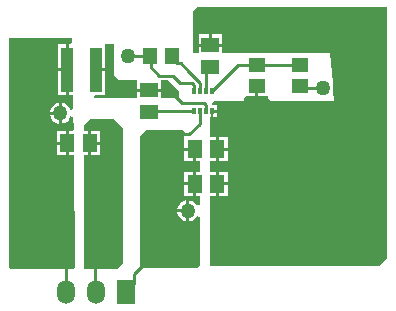
<source format=gtl>
G04*
G04 #@! TF.GenerationSoftware,Altium Limited,Altium Designer,24.10.1 (45)*
G04*
G04 Layer_Physical_Order=1*
G04 Layer_Color=255*
%FSLAX25Y25*%
%MOIN*%
G70*
G04*
G04 #@! TF.SameCoordinates,3451842A-4D4D-41BC-B275-7F58107C68D5*
G04*
G04*
G04 #@! TF.FilePolarity,Positive*
G04*
G01*
G75*
%ADD10C,0.01000*%
%ADD14R,0.01181X0.01870*%
%ADD15R,0.03937X0.14961*%
%ADD16R,0.05512X0.04724*%
%ADD17R,0.04724X0.05512*%
%ADD18R,0.05906X0.05118*%
%ADD19R,0.05118X0.05906*%
%ADD30O,0.05906X0.07874*%
%ADD31R,0.05906X0.07874*%
%ADD32C,0.02500*%
%ADD33C,0.05000*%
G36*
X139500Y473500D02*
X141000Y472000D01*
X147047D01*
Y469240D01*
X151000D01*
X154953D01*
Y472000D01*
X157500D01*
X161000Y468500D01*
Y466000D01*
X154953D01*
Y468240D01*
X151000D01*
X147047D01*
Y466000D01*
X132555D01*
X132541Y466020D01*
X133076Y467020D01*
X136193D01*
Y475000D01*
X133224D01*
Y476000D01*
X136193D01*
Y483980D01*
X137185Y484000D01*
X139500D01*
Y473500D01*
D02*
G37*
G36*
X230250Y412500D02*
X227750Y410000D01*
X171250D01*
Y433547D01*
X173240D01*
Y437500D01*
Y441453D01*
X171250D01*
Y445047D01*
X173240D01*
Y449000D01*
Y452953D01*
X171250D01*
Y459766D01*
X171575D01*
Y461701D01*
X171953D01*
Y462201D01*
X173543D01*
Y463636D01*
X172370D01*
X172182Y464024D01*
X172821Y465000D01*
X182250D01*
X182750Y465500D01*
Y465799D01*
X183244Y466595D01*
X186500D01*
Y469957D01*
X187500D01*
Y466595D01*
X190750D01*
Y466000D01*
X191750Y465000D01*
X212750D01*
X212405Y468683D01*
X212500Y469039D01*
Y469961D01*
X212262Y470851D01*
X212190Y470975D01*
X211250Y481000D01*
X175453D01*
Y483240D01*
X171500D01*
X167547D01*
Y481000D01*
X165750D01*
Y495000D01*
X167250Y496500D01*
X230250D01*
Y412500D01*
D02*
G37*
G36*
X125517Y484692D02*
X124814Y483980D01*
X124276D01*
Y475500D01*
Y467020D01*
X125747D01*
X125808Y462310D01*
X124809Y462172D01*
X124761Y462351D01*
X124301Y463149D01*
X123649Y463801D01*
X122851Y464261D01*
X122000Y464490D01*
Y461000D01*
Y457511D01*
X122851Y457738D01*
X123649Y458199D01*
X124301Y458851D01*
X124761Y459649D01*
X124838Y459936D01*
X125840Y459811D01*
X125894Y455664D01*
X125191Y454953D01*
X124260D01*
Y451000D01*
Y447047D01*
X126006D01*
X126491Y409712D01*
X125788Y409000D01*
X105000D01*
X104500Y409500D01*
Y486000D01*
X125500D01*
X125517Y484692D01*
D02*
G37*
G36*
X163054Y454637D02*
X163070Y454500D01*
X162971Y454000D01*
X162980Y453953D01*
X162701Y452953D01*
X162701D01*
Y449500D01*
X166260D01*
Y449000D01*
X166760D01*
Y445047D01*
X168000D01*
Y441453D01*
X166760D01*
Y437500D01*
Y433547D01*
X168000D01*
Y430572D01*
X167000Y430304D01*
X166801Y430649D01*
X166149Y431301D01*
X165351Y431762D01*
X164500Y431989D01*
Y428500D01*
Y425010D01*
X165351Y425239D01*
X166149Y425699D01*
X166801Y426351D01*
X167000Y426696D01*
X168000Y426428D01*
Y410500D01*
X167000Y409500D01*
X148000D01*
Y453500D01*
X150000Y455500D01*
X162496D01*
X163054Y454637D01*
D02*
G37*
G36*
X142500Y456000D02*
Y411000D01*
X140500Y409000D01*
X129500D01*
Y447047D01*
X130740D01*
Y451000D01*
Y454953D01*
X129500D01*
Y457000D01*
X131500Y459000D01*
X139500D01*
X142500Y456000D01*
D02*
G37*
%LPC*%
G36*
X175453Y487299D02*
X172000D01*
Y484240D01*
X175453D01*
Y487299D01*
D02*
G37*
G36*
X171000D02*
X167547D01*
Y484240D01*
X171000D01*
Y487299D01*
D02*
G37*
G36*
X173543Y461201D02*
X172453D01*
Y459766D01*
X173543D01*
Y461201D01*
D02*
G37*
G36*
X177299Y452953D02*
X174240D01*
Y449500D01*
X177299D01*
Y452953D01*
D02*
G37*
G36*
Y448500D02*
X174240D01*
Y445047D01*
X177299D01*
Y448500D01*
D02*
G37*
G36*
Y441453D02*
X174240D01*
Y438000D01*
X177299D01*
Y441453D01*
D02*
G37*
G36*
Y437000D02*
X174240D01*
Y433547D01*
X177299D01*
Y437000D01*
D02*
G37*
G36*
X123276Y483980D02*
X120807D01*
Y476000D01*
X123276D01*
Y483980D01*
D02*
G37*
G36*
Y475000D02*
X120807D01*
Y467020D01*
X123276D01*
Y475000D01*
D02*
G37*
G36*
X121000Y464490D02*
X120149Y464261D01*
X119351Y463801D01*
X118699Y463149D01*
X118238Y462351D01*
X118010Y461500D01*
X121000D01*
Y464490D01*
D02*
G37*
G36*
Y460500D02*
X118010D01*
X118238Y459649D01*
X118699Y458851D01*
X119351Y458199D01*
X120149Y457738D01*
X121000Y457511D01*
Y460500D01*
D02*
G37*
G36*
X123260Y454953D02*
X120201D01*
Y451500D01*
X123260D01*
Y454953D01*
D02*
G37*
G36*
Y450500D02*
X120201D01*
Y447047D01*
X123260D01*
Y450500D01*
D02*
G37*
G36*
X165760Y448500D02*
X162701D01*
Y445047D01*
X165760D01*
Y448500D01*
D02*
G37*
G36*
Y441453D02*
X162701D01*
Y438000D01*
X165760D01*
Y441453D01*
D02*
G37*
G36*
Y437000D02*
X162701D01*
Y433547D01*
X165760D01*
Y437000D01*
D02*
G37*
G36*
X163500Y431989D02*
X162649Y431762D01*
X161851Y431301D01*
X161199Y430649D01*
X160739Y429851D01*
X160511Y429000D01*
X163500D01*
Y431989D01*
D02*
G37*
G36*
Y428000D02*
X160511D01*
X160739Y427149D01*
X161199Y426351D01*
X161851Y425699D01*
X162649Y425239D01*
X163500Y425010D01*
Y428000D01*
D02*
G37*
G36*
X134799Y454953D02*
X131740D01*
Y451500D01*
X134799D01*
Y454953D01*
D02*
G37*
G36*
Y450500D02*
X131740D01*
Y447047D01*
X134799D01*
Y450500D01*
D02*
G37*
%LPD*%
D10*
X161000Y453000D02*
X162000Y454000D01*
X164500D01*
X145953Y407453D02*
X152973Y414473D01*
X145953Y403953D02*
Y407453D01*
X143500Y401500D02*
X145953Y403953D01*
X133000Y402000D02*
Y411500D01*
Y402000D02*
X133500Y401500D01*
X123000Y413000D02*
X123500Y412500D01*
Y401500D02*
Y412500D01*
X151000Y461260D02*
X151350Y461610D01*
X165957D01*
X159500Y467000D02*
X162000Y464500D01*
X169398D01*
X169984Y461701D02*
Y463914D01*
X169398Y464500D02*
X169984Y463914D01*
X164500Y454000D02*
X168016Y457516D01*
Y461701D01*
X169984Y468299D02*
Y474744D01*
X171500Y476260D01*
X151670Y476330D02*
X154500Y473500D01*
X159000D01*
X151457Y480000D02*
X151670Y479787D01*
Y476330D02*
Y479787D01*
X159000Y473500D02*
X161500Y471000D01*
X144000Y480000D02*
X151457D01*
X201957Y469500D02*
X209000D01*
X201500Y469957D02*
X201957Y469500D01*
X166047Y468299D02*
Y470414D01*
X168047Y468299D02*
Y471243D01*
X165461Y471000D02*
X166047Y470414D01*
X161500Y471000D02*
X165461D01*
X164470Y474820D02*
X168047Y471243D01*
X171953Y468299D02*
X180697Y477043D01*
X187000D02*
X201500D01*
X180697D02*
X187000D01*
X165957Y461610D02*
X166047Y461701D01*
X158543Y479616D02*
Y480000D01*
X160406Y477754D02*
X161536D01*
X164470Y474820D02*
X164470D01*
X158543Y479616D02*
X160406Y477754D01*
X161536D02*
X164470Y474820D01*
D14*
X166047Y461701D02*
D03*
X168016D02*
D03*
X169984D02*
D03*
X171953D02*
D03*
Y468299D02*
D03*
X169984D02*
D03*
X166047D02*
D03*
X168016D02*
D03*
D15*
X133224Y475500D02*
D03*
X123776D02*
D03*
D16*
X187000Y477043D02*
D03*
Y469957D02*
D03*
X201500D02*
D03*
Y477043D02*
D03*
D17*
X158543Y480000D02*
D03*
X151457D02*
D03*
D18*
X171500Y476260D02*
D03*
Y483740D02*
D03*
X151000Y461260D02*
D03*
Y468740D02*
D03*
D19*
X123760Y451000D02*
D03*
X173740Y449000D02*
D03*
X166260D02*
D03*
X173740Y437500D02*
D03*
X166260D02*
D03*
X131240Y451000D02*
D03*
D30*
X123500Y401500D02*
D03*
X133500D02*
D03*
D31*
X143500D02*
D03*
D32*
X225000Y487500D02*
D03*
X228750Y480000D02*
D03*
X225000Y472500D02*
D03*
X228750Y465000D02*
D03*
X225000Y457500D02*
D03*
X228750Y450000D02*
D03*
X225000Y442500D02*
D03*
X228750Y435000D02*
D03*
X225000Y427500D02*
D03*
X228750Y420000D02*
D03*
X225000Y412500D02*
D03*
X217500Y487500D02*
D03*
X221250Y480000D02*
D03*
X217500Y472500D02*
D03*
X221250Y465000D02*
D03*
X217500Y457500D02*
D03*
X221250Y450000D02*
D03*
X217500Y442500D02*
D03*
X221250Y435000D02*
D03*
X217500Y427500D02*
D03*
X221250Y420000D02*
D03*
X217500Y412500D02*
D03*
X210000Y487500D02*
D03*
X213750Y480000D02*
D03*
Y450000D02*
D03*
X210000Y442500D02*
D03*
X213750Y435000D02*
D03*
X210000Y427500D02*
D03*
X213750Y420000D02*
D03*
X210000Y412500D02*
D03*
X202500Y487500D02*
D03*
Y457500D02*
D03*
Y442500D02*
D03*
X206250Y435000D02*
D03*
X202500Y427500D02*
D03*
Y412500D02*
D03*
X195000Y487500D02*
D03*
Y457500D02*
D03*
X198750Y450000D02*
D03*
Y435000D02*
D03*
X195000Y427500D02*
D03*
X198750Y420000D02*
D03*
X195000Y412500D02*
D03*
X187500Y487500D02*
D03*
Y457500D02*
D03*
X191250Y450000D02*
D03*
X187500Y442500D02*
D03*
Y427500D02*
D03*
X191250Y420000D02*
D03*
X187500Y412500D02*
D03*
X180000Y457500D02*
D03*
X183750Y450000D02*
D03*
X180000Y442500D02*
D03*
X183750Y435000D02*
D03*
Y420000D02*
D03*
X180000Y412500D02*
D03*
X176250Y420000D02*
D03*
X135000Y457500D02*
D03*
X138750Y450000D02*
D03*
X135000Y442500D02*
D03*
X138750Y435000D02*
D03*
X135000Y427500D02*
D03*
X138750Y420000D02*
D03*
D33*
X144000Y480000D02*
D03*
X121500Y461000D02*
D03*
X164000Y428500D02*
D03*
X209000Y469500D02*
D03*
M02*

</source>
